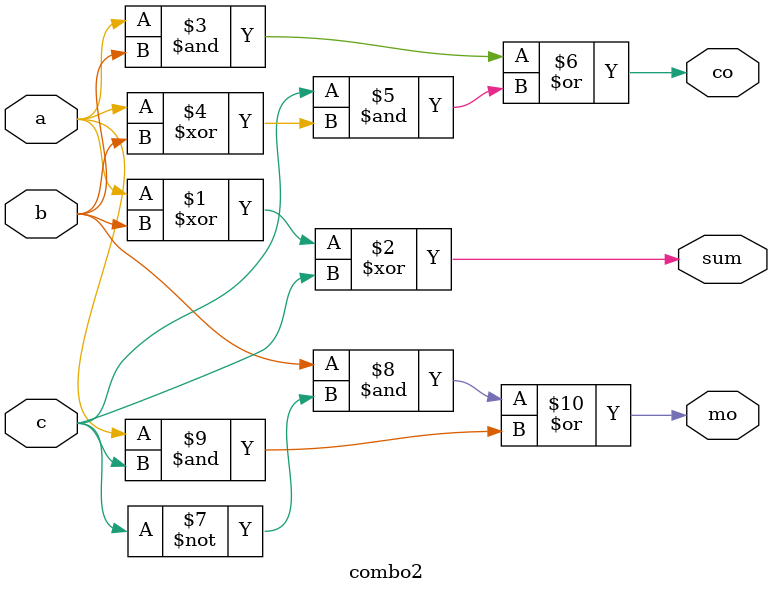
<source format=v>
`timescale 1ns / 1ps


module combo2(
    input a,
    input b,
    input c,
    output sum,
    output co,
    output mo
    );
    assign sum = a ^ b ^ c;
    assign co  = (a & b) | ( c & (a^b));
    assign mo = b & (~c) | (a & c);
endmodule

</source>
